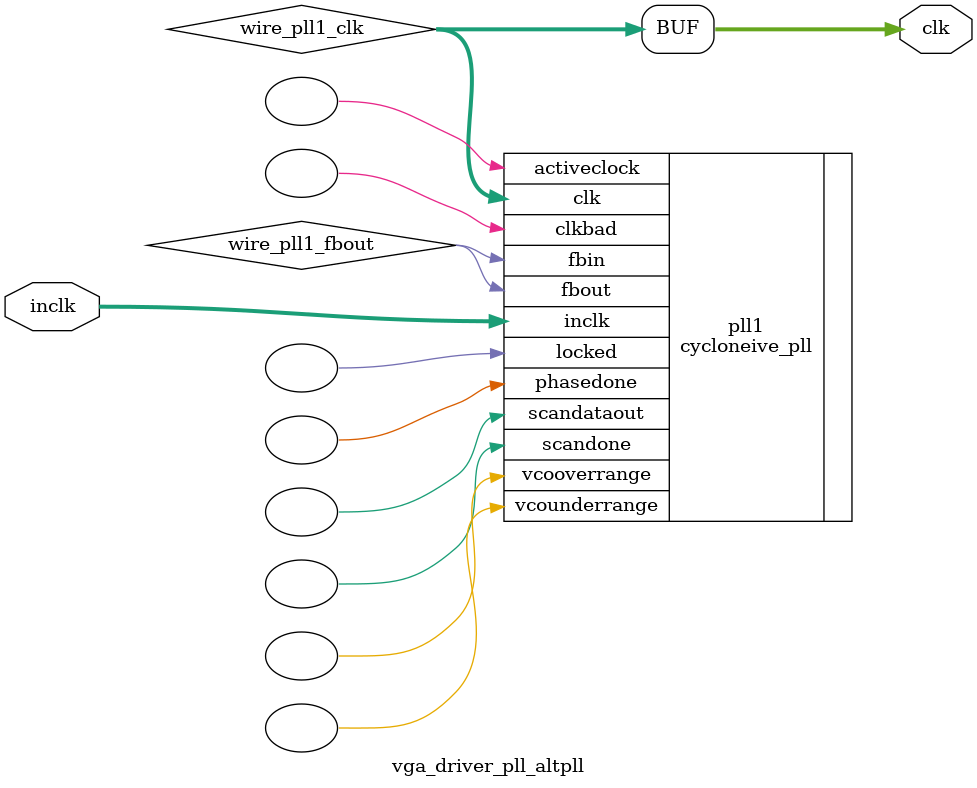
<source format=v>






//synthesis_resources = cycloneive_pll 1 
//synopsys translate_off
`timescale 1 ps / 1 ps
//synopsys translate_on
module  vga_driver_pll_altpll
	( 
	clk,
	inclk) /* synthesis synthesis_clearbox=1 */;
	output   [4:0]  clk;
	input   [1:0]  inclk;
`ifndef ALTERA_RESERVED_QIS
// synopsys translate_off
`endif
	tri0   [1:0]  inclk;
`ifndef ALTERA_RESERVED_QIS
// synopsys translate_on
`endif

	wire  [4:0]   wire_pll1_clk;
	wire  wire_pll1_fbout;

	cycloneive_pll   pll1
	( 
	.activeclock(),
	.clk(wire_pll1_clk),
	.clkbad(),
	.fbin(wire_pll1_fbout),
	.fbout(wire_pll1_fbout),
	.inclk(inclk),
	.locked(),
	.phasedone(),
	.scandataout(),
	.scandone(),
	.vcooverrange(),
	.vcounderrange()
	`ifndef FORMAL_VERIFICATION
	// synopsys translate_off
	`endif
	,
	.areset(1'b0),
	.clkswitch(1'b0),
	.configupdate(1'b0),
	.pfdena(1'b1),
	.phasecounterselect({3{1'b0}}),
	.phasestep(1'b0),
	.phaseupdown(1'b0),
	.scanclk(1'b0),
	.scanclkena(1'b1),
	.scandata(1'b0)
	`ifndef FORMAL_VERIFICATION
	// synopsys translate_on
	`endif
	);
	defparam
		pll1.bandwidth_type = "auto",
		pll1.clk0_divide_by = 2000,
		pll1.clk0_duty_cycle = 50,
		pll1.clk0_multiply_by = 1007,
		pll1.clk0_phase_shift = "0",
		pll1.compensate_clock = "clk0",
		pll1.inclk0_input_frequency = 20000,
		pll1.operation_mode = "normal",
		pll1.pll_type = "auto",
		pll1.lpm_type = "cycloneive_pll";
	assign
		clk = {wire_pll1_clk[4:0]};
endmodule //vga_driver_pll_altpll
//VALID FILE

</source>
